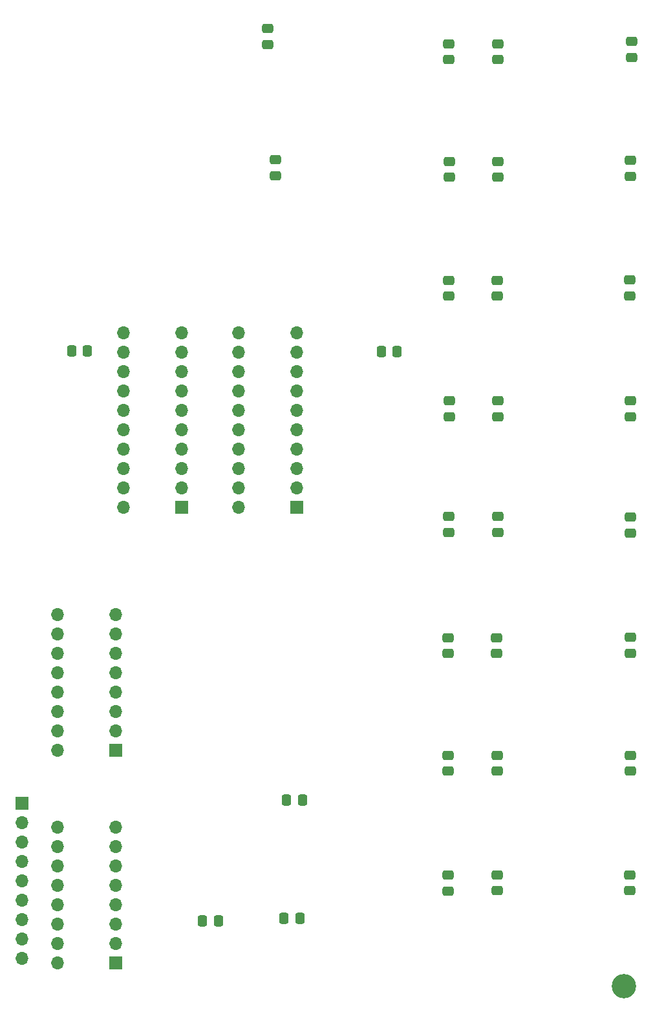
<source format=gbs>
G04 #@! TF.GenerationSoftware,KiCad,Pcbnew,8.0.5*
G04 #@! TF.CreationDate,2025-01-10T10:03:17-04:00*
G04 #@! TF.ProjectId,RAMEXB_V2_2,52414d45-5842-45f5-9632-5f322e6b6963,rev?*
G04 #@! TF.SameCoordinates,Original*
G04 #@! TF.FileFunction,Soldermask,Bot*
G04 #@! TF.FilePolarity,Negative*
%FSLAX46Y46*%
G04 Gerber Fmt 4.6, Leading zero omitted, Abs format (unit mm)*
G04 Created by KiCad (PCBNEW 8.0.5) date 2025-01-10 10:03:17*
%MOMM*%
%LPD*%
G01*
G04 APERTURE LIST*
G04 Aperture macros list*
%AMRoundRect*
0 Rectangle with rounded corners*
0 $1 Rounding radius*
0 $2 $3 $4 $5 $6 $7 $8 $9 X,Y pos of 4 corners*
0 Add a 4 corners polygon primitive as box body*
4,1,4,$2,$3,$4,$5,$6,$7,$8,$9,$2,$3,0*
0 Add four circle primitives for the rounded corners*
1,1,$1+$1,$2,$3*
1,1,$1+$1,$4,$5*
1,1,$1+$1,$6,$7*
1,1,$1+$1,$8,$9*
0 Add four rect primitives between the rounded corners*
20,1,$1+$1,$2,$3,$4,$5,0*
20,1,$1+$1,$4,$5,$6,$7,0*
20,1,$1+$1,$6,$7,$8,$9,0*
20,1,$1+$1,$8,$9,$2,$3,0*%
G04 Aperture macros list end*
%ADD10C,3.200000*%
%ADD11RoundRect,0.250000X0.475000X-0.337500X0.475000X0.337500X-0.475000X0.337500X-0.475000X-0.337500X0*%
%ADD12R,1.700000X1.700000*%
%ADD13O,1.700000X1.700000*%
%ADD14RoundRect,0.250000X0.337500X0.475000X-0.337500X0.475000X-0.337500X-0.475000X0.337500X-0.475000X0*%
G04 APERTURE END LIST*
D10*
G04 #@! TO.C,REF\u002A\u002A*
X242850000Y-145550000D03*
G04 #@! TD*
D11*
G04 #@! TO.C,C22*
X219825000Y-117343900D03*
X219825000Y-115268900D03*
G04 #@! TD*
G04 #@! TO.C,C6*
X243660000Y-70891200D03*
X243660000Y-68816200D03*
G04 #@! TD*
D12*
G04 #@! TO.C,J3*
X176280000Y-114580000D03*
D13*
X176280000Y-112040000D03*
X176280000Y-109500000D03*
X176280000Y-106960000D03*
X176280000Y-104420000D03*
X176280000Y-101880000D03*
X176280000Y-99340000D03*
X176280000Y-96800000D03*
X168660000Y-96800000D03*
X168660000Y-99340000D03*
X168660000Y-101880000D03*
X168660000Y-104420000D03*
X168660000Y-106960000D03*
X168660000Y-109500000D03*
X168660000Y-112040000D03*
X168660000Y-114580000D03*
G04 #@! TD*
D12*
G04 #@! TO.C,J4*
X176280000Y-142440000D03*
D13*
X176280000Y-139900000D03*
X176280000Y-137360000D03*
X176280000Y-134820000D03*
X176280000Y-132280000D03*
X176280000Y-129740000D03*
X176280000Y-127200000D03*
X176280000Y-124660000D03*
X168660000Y-124660000D03*
X168660000Y-127200000D03*
X168660000Y-129740000D03*
X168660000Y-132280000D03*
X168660000Y-134820000D03*
X168660000Y-137360000D03*
X168660000Y-139900000D03*
X168660000Y-142440000D03*
G04 #@! TD*
D11*
G04 #@! TO.C,C8*
X219875000Y-24123700D03*
X219875000Y-22048700D03*
G04 #@! TD*
G04 #@! TO.C,C26*
X226300000Y-39537500D03*
X226300000Y-37462500D03*
G04 #@! TD*
G04 #@! TO.C,C17*
X243630000Y-132997500D03*
X243630000Y-130922500D03*
G04 #@! TD*
G04 #@! TO.C,C7*
X226300000Y-70901200D03*
X226300000Y-68826200D03*
G04 #@! TD*
G04 #@! TO.C,C23*
X226250000Y-132992500D03*
X226250000Y-130917500D03*
G04 #@! TD*
G04 #@! TO.C,C9*
X243650000Y-86143800D03*
X243650000Y-84068800D03*
G04 #@! TD*
G04 #@! TO.C,C11*
X219905900Y-86049100D03*
X219905900Y-83974100D03*
G04 #@! TD*
G04 #@! TO.C,C19*
X219825000Y-133037500D03*
X219825000Y-130962500D03*
G04 #@! TD*
G04 #@! TO.C,C32*
X243890000Y-23833700D03*
X243890000Y-21758700D03*
G04 #@! TD*
D12*
G04 #@! TO.C,U21*
X200000000Y-82811400D03*
D13*
X200000000Y-80271400D03*
X200000000Y-77731400D03*
X200000000Y-75191400D03*
X200000000Y-72651400D03*
X200000000Y-70111400D03*
X200000000Y-67571400D03*
X200000000Y-65031400D03*
X200000000Y-62491400D03*
X200000000Y-59951400D03*
X192380000Y-59951400D03*
X192380000Y-62491400D03*
X192380000Y-65031400D03*
X192380000Y-67571400D03*
X192380000Y-70111400D03*
X192380000Y-72651400D03*
X192380000Y-75191400D03*
X192380000Y-77731400D03*
X192380000Y-80271400D03*
X192380000Y-82811400D03*
G04 #@! TD*
D11*
G04 #@! TO.C,C5*
X226286000Y-55096700D03*
X226286000Y-53021700D03*
G04 #@! TD*
G04 #@! TO.C,C15*
X226200000Y-101942300D03*
X226200000Y-99867300D03*
G04 #@! TD*
D14*
G04 #@! TO.C,C30*
X213152500Y-62375000D03*
X211077500Y-62375000D03*
G04 #@! TD*
D11*
G04 #@! TO.C,C14*
X243650000Y-101894400D03*
X243650000Y-99819400D03*
G04 #@! TD*
G04 #@! TO.C,C27*
X243710000Y-39427500D03*
X243710000Y-37352500D03*
G04 #@! TD*
G04 #@! TO.C,C13*
X196180000Y-22127500D03*
X196180000Y-20052500D03*
G04 #@! TD*
G04 #@! TO.C,C10*
X226345000Y-86053800D03*
X226345000Y-83978800D03*
G04 #@! TD*
D14*
G04 #@! TO.C,C29*
X200417500Y-136620000D03*
X198342500Y-136620000D03*
G04 #@! TD*
D11*
G04 #@! TO.C,C12*
X219850300Y-101942300D03*
X219850300Y-99867300D03*
G04 #@! TD*
G04 #@! TO.C,C20*
X243670000Y-117351000D03*
X243670000Y-115276000D03*
G04 #@! TD*
D12*
G04 #@! TO.C,J5*
X164025000Y-121595000D03*
D13*
X164025000Y-124135000D03*
X164025000Y-126675000D03*
X164025000Y-129215000D03*
X164025000Y-131755000D03*
X164025000Y-134295000D03*
X164025000Y-136835000D03*
X164025000Y-139375000D03*
X164025000Y-141915000D03*
G04 #@! TD*
D11*
G04 #@! TO.C,C4*
X243646000Y-55086700D03*
X243646000Y-53011700D03*
G04 #@! TD*
D14*
G04 #@! TO.C,C16*
X189737700Y-137002100D03*
X187662700Y-137002100D03*
G04 #@! TD*
D11*
G04 #@! TO.C,C18*
X197190000Y-39317500D03*
X197190000Y-37242500D03*
G04 #@! TD*
G04 #@! TO.C,C31*
X226290000Y-24123700D03*
X226290000Y-22048700D03*
G04 #@! TD*
D14*
G04 #@! TO.C,C28*
X200727500Y-121170000D03*
X198652500Y-121170000D03*
G04 #@! TD*
D11*
G04 #@! TO.C,C3*
X219960000Y-70893700D03*
X219960000Y-68818700D03*
G04 #@! TD*
G04 #@! TO.C,C21*
X226225000Y-117343900D03*
X226225000Y-115268900D03*
G04 #@! TD*
G04 #@! TO.C,C24*
X219885000Y-55096700D03*
X219885000Y-53021700D03*
G04 #@! TD*
G04 #@! TO.C,C25*
X219970000Y-39540000D03*
X219970000Y-37465000D03*
G04 #@! TD*
D12*
G04 #@! TO.C,U20*
X184900000Y-82811400D03*
D13*
X184900000Y-80271400D03*
X184900000Y-77731400D03*
X184900000Y-75191400D03*
X184900000Y-72651400D03*
X184900000Y-70111400D03*
X184900000Y-67571400D03*
X184900000Y-65031400D03*
X184900000Y-62491400D03*
X184900000Y-59951400D03*
X177280000Y-59951400D03*
X177280000Y-62491400D03*
X177280000Y-65031400D03*
X177280000Y-67571400D03*
X177280000Y-70111400D03*
X177280000Y-72651400D03*
X177280000Y-75191400D03*
X177280000Y-77731400D03*
X177280000Y-80271400D03*
X177280000Y-82811400D03*
G04 #@! TD*
D14*
G04 #@! TO.C,C1*
X172587500Y-62250000D03*
X170512500Y-62250000D03*
G04 #@! TD*
M02*

</source>
